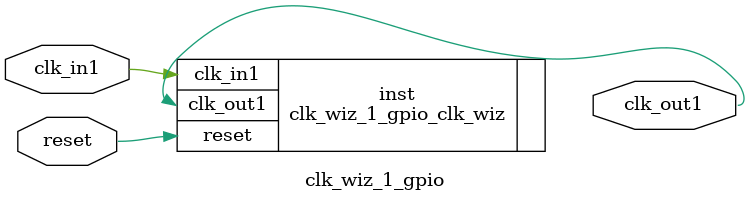
<source format=v>


`timescale 1ps/1ps

(* CORE_GENERATION_INFO = "clk_wiz_1_gpio,clk_wiz_v6_0_11_0_0,{component_name=clk_wiz_1_gpio,use_phase_alignment=true,use_min_o_jitter=false,use_max_i_jitter=false,use_dyn_phase_shift=false,use_inclk_switchover=false,use_dyn_reconfig=false,enable_axi=0,feedback_source=FDBK_AUTO,PRIMITIVE=MMCM,num_out_clk=1,clkin1_period=83.333,clkin2_period=10.0,use_power_down=false,use_reset=true,use_locked=false,use_inclk_stopped=false,feedback_type=SINGLE,CLOCK_MGR_TYPE=NA,manual_override=false}" *)

module clk_wiz_1_gpio 
 (
  // Clock out ports
  output        clk_out1,
  // Status and control signals
  input         reset,
 // Clock in ports
  input         clk_in1
 );

  clk_wiz_1_gpio_clk_wiz inst
  (
  // Clock out ports  
  .clk_out1(clk_out1),
  // Status and control signals               
  .reset(reset), 
 // Clock in ports
  .clk_in1(clk_in1)
  );

endmodule

</source>
